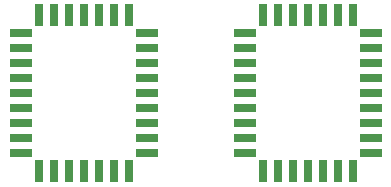
<source format=gbr>
G04 EAGLE Gerber RS-274X export*
G75*
%MOMM*%
%FSLAX34Y34*%
%LPD*%
%INSolderpaste Top*%
%IPPOS*%
%AMOC8*
5,1,8,0,0,1.08239X$1,22.5*%
G01*
%ADD10R,0.760000X1.910000*%
%ADD11R,1.910000X0.760000*%


D10*
X291600Y180350D03*
X278900Y180350D03*
X266200Y180350D03*
X253500Y180350D03*
D11*
X238250Y165100D03*
X238250Y152400D03*
X238250Y139700D03*
X238250Y127000D03*
X238250Y114300D03*
X238250Y101600D03*
X238250Y88900D03*
X238250Y76200D03*
X238250Y63500D03*
D10*
X253500Y48250D03*
X266200Y48250D03*
X278900Y48250D03*
X291600Y48250D03*
X304300Y48250D03*
X317000Y48250D03*
X329700Y48250D03*
D11*
X344950Y63500D03*
X344950Y76200D03*
X344950Y88900D03*
X344950Y101600D03*
X344950Y114300D03*
X344950Y127000D03*
X344950Y139700D03*
X344950Y152400D03*
X344950Y165100D03*
D10*
X329700Y180350D03*
X317000Y180350D03*
X304300Y180350D03*
X101600Y180350D03*
X88900Y180350D03*
X76200Y180350D03*
X63500Y180350D03*
D11*
X48250Y165100D03*
X48250Y152400D03*
X48250Y139700D03*
X48250Y127000D03*
X48250Y114300D03*
X48250Y101600D03*
X48250Y88900D03*
X48250Y76200D03*
X48250Y63500D03*
D10*
X63500Y48250D03*
X76200Y48250D03*
X88900Y48250D03*
X101600Y48250D03*
X114300Y48250D03*
X127000Y48250D03*
X139700Y48250D03*
D11*
X154950Y63500D03*
X154950Y76200D03*
X154950Y88900D03*
X154950Y101600D03*
X154950Y114300D03*
X154950Y127000D03*
X154950Y139700D03*
X154950Y152400D03*
X154950Y165100D03*
D10*
X139700Y180350D03*
X127000Y180350D03*
X114300Y180350D03*
M02*

</source>
